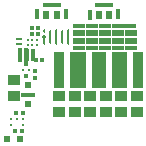
<source format=gtp>
G04*
G04 #@! TF.GenerationSoftware,Altium Limited,Altium Designer,25.0.2 (28)*
G04*
G04 Layer_Color=8421504*
%FSLAX44Y44*%
%MOMM*%
G71*
G04*
G04 #@! TF.SameCoordinates,54A35FAF-5F68-4BCB-90B9-8CF1E0348433*
G04*
G04*
G04 #@! TF.FilePolarity,Positive*
G04*
G01*
G75*
G04:AMPARAMS|DCode=11|XSize=0.28mm|YSize=0.23mm|CornerRadius=0.115mm|HoleSize=0mm|Usage=FLASHONLY|Rotation=90.000|XOffset=0mm|YOffset=0mm|HoleType=Round|Shape=RoundedRectangle|*
%AMROUNDEDRECTD11*
21,1,0.2800,0.0000,0,0,90.0*
21,1,0.0500,0.2300,0,0,90.0*
1,1,0.2300,0.0000,0.0250*
1,1,0.2300,0.0000,-0.0250*
1,1,0.2300,0.0000,-0.0250*
1,1,0.2300,0.0000,0.0250*
%
%ADD11ROUNDEDRECTD11*%
G04:AMPARAMS|DCode=12|XSize=0.805mm|YSize=0.23mm|CornerRadius=0.115mm|HoleSize=0mm|Usage=FLASHONLY|Rotation=90.000|XOffset=0mm|YOffset=0mm|HoleType=Round|Shape=RoundedRectangle|*
%AMROUNDEDRECTD12*
21,1,0.8050,0.0000,0,0,90.0*
21,1,0.5750,0.2300,0,0,90.0*
1,1,0.2300,0.0000,0.2875*
1,1,0.2300,0.0000,-0.2875*
1,1,0.2300,0.0000,-0.2875*
1,1,0.2300,0.0000,0.2875*
%
%ADD12ROUNDEDRECTD12*%
G04:AMPARAMS|DCode=13|XSize=1.155mm|YSize=0.23mm|CornerRadius=0.115mm|HoleSize=0mm|Usage=FLASHONLY|Rotation=90.000|XOffset=0mm|YOffset=0mm|HoleType=Round|Shape=RoundedRectangle|*
%AMROUNDEDRECTD13*
21,1,1.1550,0.0000,0,0,90.0*
21,1,0.9250,0.2300,0,0,90.0*
1,1,0.2300,0.0000,0.4625*
1,1,0.2300,0.0000,-0.4625*
1,1,0.2300,0.0000,-0.4625*
1,1,0.2300,0.0000,0.4625*
%
%ADD13ROUNDEDRECTD13*%
G04:AMPARAMS|DCode=14|XSize=1.33mm|YSize=0.23mm|CornerRadius=0.115mm|HoleSize=0mm|Usage=FLASHONLY|Rotation=90.000|XOffset=0mm|YOffset=0mm|HoleType=Round|Shape=RoundedRectangle|*
%AMROUNDEDRECTD14*
21,1,1.3300,0.0000,0,0,90.0*
21,1,1.1000,0.2300,0,0,90.0*
1,1,0.2300,0.0000,0.5500*
1,1,0.2300,0.0000,-0.5500*
1,1,0.2300,0.0000,-0.5500*
1,1,0.2300,0.0000,0.5500*
%
%ADD14ROUNDEDRECTD14*%
%ADD15R,0.3500X0.3500*%
%ADD16R,1.0000X0.9000*%
%ADD17R,0.2500X0.2500*%
%ADD18R,0.3000X0.3000*%
%ADD19R,0.6000X0.6000*%
%ADD20R,1.2000X0.4000*%
G04:AMPARAMS|DCode=21|XSize=0.35mm|YSize=0.35mm|CornerRadius=0.0875mm|HoleSize=0mm|Usage=FLASHONLY|Rotation=90.000|XOffset=0mm|YOffset=0mm|HoleType=Round|Shape=RoundedRectangle|*
%AMROUNDEDRECTD21*
21,1,0.3500,0.1750,0,0,90.0*
21,1,0.1750,0.3500,0,0,90.0*
1,1,0.1750,0.0875,0.0875*
1,1,0.1750,0.0875,-0.0875*
1,1,0.1750,-0.0875,-0.0875*
1,1,0.1750,-0.0875,0.0875*
%
%ADD21ROUNDEDRECTD21*%
%ADD22C,0.3500*%
%ADD23R,0.3500X0.3500*%
%ADD24C,0.2200*%
G04:AMPARAMS|DCode=25|XSize=0.2064mm|YSize=0.5627mm|CornerRadius=0.0516mm|HoleSize=0mm|Usage=FLASHONLY|Rotation=270.000|XOffset=0mm|YOffset=0mm|HoleType=Round|Shape=RoundedRectangle|*
%AMROUNDEDRECTD25*
21,1,0.2064,0.4596,0,0,270.0*
21,1,0.1032,0.5627,0,0,270.0*
1,1,0.1032,-0.2298,-0.0516*
1,1,0.1032,-0.2298,0.0516*
1,1,0.1032,0.2298,0.0516*
1,1,0.1032,0.2298,-0.0516*
%
%ADD25ROUNDEDRECTD25*%
%ADD26R,0.5627X0.2064*%
%ADD27C,0.2500*%
%ADD28R,1.5500X0.3750*%
%ADD29R,0.3850X0.9500*%
%ADD30R,0.5600X0.7400*%
%ADD31R,0.9000X1.0000*%
%ADD32R,1.1200X0.3200*%
%ADD33R,1.1200X0.3230*%
%ADD34R,0.3850X0.8500*%
%ADD35R,1.0500X0.3200*%
%ADD36R,0.3250X1.1500*%
%ADD37R,0.3200X1.1200*%
%ADD38R,0.3230X1.1200*%
D11*
X38600Y171550D02*
D03*
D12*
Y163680D02*
D03*
D13*
X43600Y166300D02*
D03*
X53600D02*
D03*
D14*
X48600D02*
D03*
X58600D02*
D03*
D15*
X14750Y101750D02*
D03*
X20250D02*
D03*
X33250Y169000D02*
D03*
X27750Y174000D02*
D03*
X33250D02*
D03*
X31250Y147000D02*
D03*
X36750D02*
D03*
X14150Y86750D02*
D03*
X19850D02*
D03*
D16*
X117000Y115750D02*
D03*
Y102250D02*
D03*
X103800Y115750D02*
D03*
Y102250D02*
D03*
X90600Y115750D02*
D03*
Y102250D02*
D03*
X77400Y115750D02*
D03*
Y102250D02*
D03*
X64200Y115750D02*
D03*
Y102250D02*
D03*
X51000Y115750D02*
D03*
Y102250D02*
D03*
X13000Y116000D02*
D03*
Y129500D02*
D03*
D17*
X20500Y138000D02*
D03*
X25500D02*
D03*
D18*
X23000Y143000D02*
D03*
Y133000D02*
D03*
D19*
X24750Y125250D02*
D03*
Y109250D02*
D03*
X18000Y79750D02*
D03*
X7000D02*
D03*
D20*
X24750Y117250D02*
D03*
D21*
X27750Y169000D02*
D03*
D22*
X38250Y166250D02*
D03*
D23*
X30750Y131250D02*
D03*
Y136950D02*
D03*
D24*
X24500Y159500D02*
D03*
Y163500D02*
D03*
X28500Y159500D02*
D03*
Y163500D02*
D03*
X32500Y159500D02*
D03*
Y163500D02*
D03*
D25*
X17500Y164032D02*
D03*
D26*
Y160468D02*
D03*
D27*
X20250Y96250D02*
D03*
Y91250D02*
D03*
X15250Y96250D02*
D03*
X10250D02*
D03*
Y91250D02*
D03*
D28*
X44750Y192870D02*
D03*
X89250Y192870D02*
D03*
D29*
X56850Y185350D02*
D03*
X32650D02*
D03*
X101350Y185350D02*
D03*
D30*
X49100Y184300D02*
D03*
X40400D02*
D03*
X93600Y184300D02*
D03*
X84900D02*
D03*
D31*
X64750Y138000D02*
D03*
X51250D02*
D03*
X64750Y128000D02*
D03*
X51250D02*
D03*
X117750Y138000D02*
D03*
X104250D02*
D03*
X117750Y128000D02*
D03*
X104250D02*
D03*
X86250Y148000D02*
D03*
X99750D02*
D03*
X117750D02*
D03*
X104250D02*
D03*
X51250D02*
D03*
X64750D02*
D03*
X82750Y138000D02*
D03*
X69250D02*
D03*
X82750Y148000D02*
D03*
X69250D02*
D03*
X82750Y128000D02*
D03*
X69250D02*
D03*
X86250Y138000D02*
D03*
X99750D02*
D03*
X86250Y128000D02*
D03*
X99750D02*
D03*
D32*
X68000Y163400D02*
D03*
X79000D02*
D03*
X112000Y161600D02*
D03*
Y163400D02*
D03*
X101000Y156400D02*
D03*
X90000D02*
D03*
Y163400D02*
D03*
X101000D02*
D03*
X90000Y175600D02*
D03*
X79000Y170400D02*
D03*
X101000Y175600D02*
D03*
X68000D02*
D03*
X68000Y161600D02*
D03*
X79000D02*
D03*
D33*
X68000Y168600D02*
D03*
X79000D02*
D03*
X112000Y156400D02*
D03*
Y168600D02*
D03*
X101000Y161600D02*
D03*
X90000D02*
D03*
Y168600D02*
D03*
X101000D02*
D03*
X90000Y170400D02*
D03*
X112000D02*
D03*
X79000Y175600D02*
D03*
X101000Y170400D02*
D03*
X68000D02*
D03*
X68000Y156400D02*
D03*
X79000D02*
D03*
D34*
X77150Y184700D02*
D03*
D35*
X111400Y175600D02*
D03*
D36*
X23125Y151000D02*
D03*
X17875D02*
D03*
D37*
X24150D02*
D03*
D38*
X29350D02*
D03*
M02*

</source>
